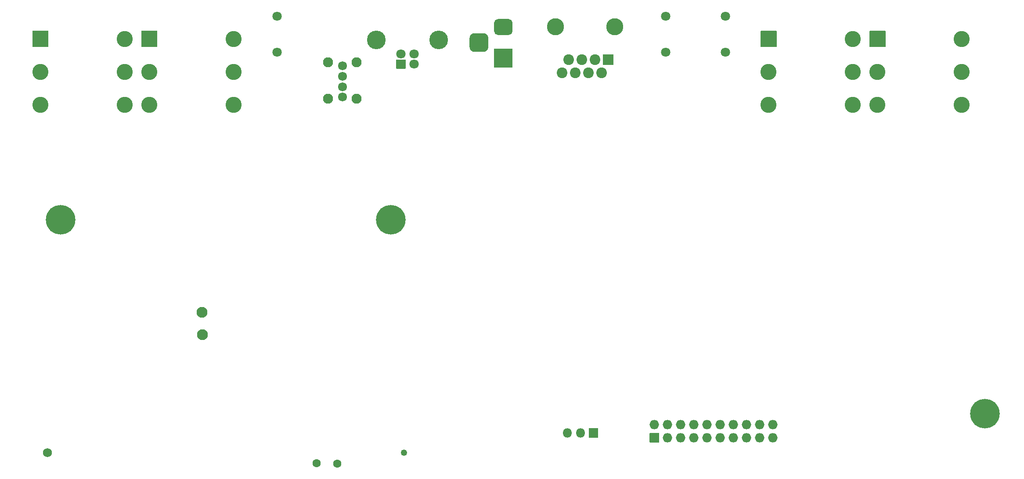
<source format=gbr>
G04 #@! TF.GenerationSoftware,KiCad,Pcbnew,5.1.10-88a1d61d58~90~ubuntu20.04.1*
G04 #@! TF.CreationDate,2021-10-11T15:06:57+02:00*
G04 #@! TF.ProjectId,bottom-board,626f7474-6f6d-42d6-926f-6172642e6b69,rev?*
G04 #@! TF.SameCoordinates,Original*
G04 #@! TF.FileFunction,Soldermask,Bot*
G04 #@! TF.FilePolarity,Negative*
%FSLAX46Y46*%
G04 Gerber Fmt 4.6, Leading zero omitted, Abs format (unit mm)*
G04 Created by KiCad (PCBNEW 5.1.10-88a1d61d58~90~ubuntu20.04.1) date 2021-10-11 15:06:57*
%MOMM*%
%LPD*%
G01*
G04 APERTURE LIST*
%ADD10C,1.750000*%
%ADD11C,1.250000*%
%ADD12O,1.800000X1.800000*%
%ADD13O,1.827200X1.827200*%
%ADD14C,3.600000*%
%ADD15C,1.800000*%
%ADD16C,5.700000*%
%ADD17C,1.950000*%
%ADD18C,1.720000*%
%ADD19C,3.100000*%
%ADD20C,2.060000*%
%ADD21C,3.300000*%
%ADD22C,1.600000*%
%ADD23C,2.100000*%
G04 APERTURE END LIST*
D10*
X68410000Y-128260000D03*
D11*
X137210000Y-128260000D03*
G36*
G01*
X172860000Y-123590000D02*
X174560000Y-123590000D01*
G75*
G02*
X174610000Y-123640000I0J-50000D01*
G01*
X174610000Y-125340000D01*
G75*
G02*
X174560000Y-125390000I-50000J0D01*
G01*
X172860000Y-125390000D01*
G75*
G02*
X172810000Y-125340000I0J50000D01*
G01*
X172810000Y-123640000D01*
G75*
G02*
X172860000Y-123590000I50000J0D01*
G01*
G37*
D12*
X171170000Y-124490000D03*
X168630000Y-124490000D03*
D13*
X208320000Y-122890000D03*
X208320000Y-125430000D03*
X205780000Y-122890000D03*
X205780000Y-125430000D03*
X203240000Y-122890000D03*
X203240000Y-125430000D03*
X200700000Y-122890000D03*
X200700000Y-125430000D03*
X198160000Y-122890000D03*
X198160000Y-125430000D03*
X195620000Y-122890000D03*
X195620000Y-125430000D03*
X193080000Y-122890000D03*
X193080000Y-125430000D03*
X190540000Y-122890000D03*
X190540000Y-125430000D03*
X188000000Y-122890000D03*
X188000000Y-125430000D03*
X185460000Y-122890000D03*
G36*
G01*
X186323600Y-126343600D02*
X184596400Y-126343600D01*
G75*
G02*
X184546400Y-126293600I0J50000D01*
G01*
X184546400Y-124566400D01*
G75*
G02*
X184596400Y-124516400I50000J0D01*
G01*
X186323600Y-124516400D01*
G75*
G02*
X186373600Y-124566400I0J-50000D01*
G01*
X186373600Y-126293600D01*
G75*
G02*
X186323600Y-126343600I-50000J0D01*
G01*
G37*
D14*
X143856971Y-48589976D03*
X131816971Y-48589976D03*
D15*
X136586971Y-51299976D03*
X139086971Y-51299976D03*
X139086971Y-53299976D03*
G36*
G01*
X137436971Y-54199976D02*
X135736971Y-54199976D01*
G75*
G02*
X135686971Y-54149976I0J50000D01*
G01*
X135686971Y-52449976D01*
G75*
G02*
X135736971Y-52399976I50000J0D01*
G01*
X137436971Y-52399976D01*
G75*
G02*
X137486971Y-52449976I0J-50000D01*
G01*
X137486971Y-54149976D01*
G75*
G02*
X137436971Y-54199976I-50000J0D01*
G01*
G37*
X199110000Y-44030000D03*
X199110000Y-51030000D03*
X187610000Y-51030000D03*
X187610000Y-44030000D03*
D16*
X249207680Y-120727880D03*
D17*
X122565000Y-59925000D03*
X122565000Y-52925000D03*
X128005000Y-59925000D03*
D18*
X125285000Y-59655000D03*
D17*
X128005000Y-52925000D03*
D18*
X125285000Y-57655000D03*
X125285000Y-55655000D03*
X125285000Y-53655000D03*
G36*
G01*
X154580453Y-50330000D02*
X158080453Y-50330000D01*
G75*
G02*
X158130453Y-50380000I0J-50000D01*
G01*
X158130453Y-53880000D01*
G75*
G02*
X158080453Y-53930000I-50000J0D01*
G01*
X154580453Y-53930000D01*
G75*
G02*
X154530453Y-53880000I0J50000D01*
G01*
X154530453Y-50380000D01*
G75*
G02*
X154580453Y-50330000I50000J0D01*
G01*
G37*
G36*
G01*
X155305453Y-44580000D02*
X157355453Y-44580000D01*
G75*
G02*
X158130453Y-45355000I0J-775000D01*
G01*
X158130453Y-46905000D01*
G75*
G02*
X157355453Y-47680000I-775000J0D01*
G01*
X155305453Y-47680000D01*
G75*
G02*
X154530453Y-46905000I0J775000D01*
G01*
X154530453Y-45355000D01*
G75*
G02*
X155305453Y-44580000I775000J0D01*
G01*
G37*
G36*
G01*
X150730453Y-47330000D02*
X152530453Y-47330000D01*
G75*
G02*
X153430453Y-48230000I0J-900000D01*
G01*
X153430453Y-50030000D01*
G75*
G02*
X152530453Y-50930000I-900000J0D01*
G01*
X150730453Y-50930000D01*
G75*
G02*
X149830453Y-50030000I0J900000D01*
G01*
X149830453Y-48230000D01*
G75*
G02*
X150730453Y-47330000I900000J0D01*
G01*
G37*
D19*
X244715000Y-54780000D03*
X244715000Y-61130000D03*
X244715000Y-48430000D03*
X228485000Y-54780000D03*
X228485000Y-61130000D03*
G36*
G01*
X229985000Y-49980000D02*
X226985000Y-49980000D01*
G75*
G02*
X226935000Y-49930000I0J50000D01*
G01*
X226935000Y-46930000D01*
G75*
G02*
X226985000Y-46880000I50000J0D01*
G01*
X229985000Y-46880000D01*
G75*
G02*
X230035000Y-46930000I0J-50000D01*
G01*
X230035000Y-49930000D01*
G75*
G02*
X229985000Y-49980000I-50000J0D01*
G01*
G37*
X223715000Y-54780000D03*
X223715000Y-61130000D03*
X223715000Y-48430000D03*
X207485000Y-54780000D03*
X207485000Y-61130000D03*
G36*
G01*
X208985000Y-49980000D02*
X205985000Y-49980000D01*
G75*
G02*
X205935000Y-49930000I0J50000D01*
G01*
X205935000Y-46930000D01*
G75*
G02*
X205985000Y-46880000I50000J0D01*
G01*
X208985000Y-46880000D01*
G75*
G02*
X209035000Y-46930000I0J-50000D01*
G01*
X209035000Y-49930000D01*
G75*
G02*
X208985000Y-49980000I-50000J0D01*
G01*
G37*
X104315000Y-54780000D03*
X104315000Y-61130000D03*
X104315000Y-48430000D03*
X88085000Y-54780000D03*
X88085000Y-61130000D03*
G36*
G01*
X89585000Y-49980000D02*
X86585000Y-49980000D01*
G75*
G02*
X86535000Y-49930000I0J50000D01*
G01*
X86535000Y-46930000D01*
G75*
G02*
X86585000Y-46880000I50000J0D01*
G01*
X89585000Y-46880000D01*
G75*
G02*
X89635000Y-46930000I0J-50000D01*
G01*
X89635000Y-49930000D01*
G75*
G02*
X89585000Y-49980000I-50000J0D01*
G01*
G37*
X83315000Y-54780000D03*
X83315000Y-61130000D03*
X83315000Y-48430000D03*
X67085000Y-54780000D03*
X67085000Y-61130000D03*
G36*
G01*
X68585000Y-49980000D02*
X65585000Y-49980000D01*
G75*
G02*
X65535000Y-49930000I0J50000D01*
G01*
X65535000Y-46930000D01*
G75*
G02*
X65585000Y-46880000I50000J0D01*
G01*
X68585000Y-46880000D01*
G75*
G02*
X68635000Y-46930000I0J-50000D01*
G01*
X68635000Y-49930000D01*
G75*
G02*
X68585000Y-49980000I-50000J0D01*
G01*
G37*
G36*
G01*
X177565000Y-51430000D02*
X177565000Y-53390000D01*
G75*
G02*
X177515000Y-53440000I-50000J0D01*
G01*
X175555000Y-53440000D01*
G75*
G02*
X175505000Y-53390000I0J50000D01*
G01*
X175505000Y-51430000D01*
G75*
G02*
X175555000Y-51380000I50000J0D01*
G01*
X177515000Y-51380000D01*
G75*
G02*
X177565000Y-51430000I0J-50000D01*
G01*
G37*
D20*
X175265000Y-54950000D03*
X173995000Y-52410000D03*
X172725000Y-54950000D03*
X171455000Y-52410000D03*
X170185000Y-54950000D03*
X168915000Y-52410000D03*
X167645000Y-54950000D03*
D21*
X177805000Y-46060000D03*
X166375000Y-46060000D03*
D15*
X112710000Y-44030000D03*
X112710000Y-51030000D03*
D22*
X124280000Y-130370000D03*
X120300000Y-130350000D03*
D16*
X134607680Y-83337880D03*
X71007680Y-83337880D03*
D23*
X98310000Y-105530000D03*
X98210000Y-101230000D03*
M02*

</source>
